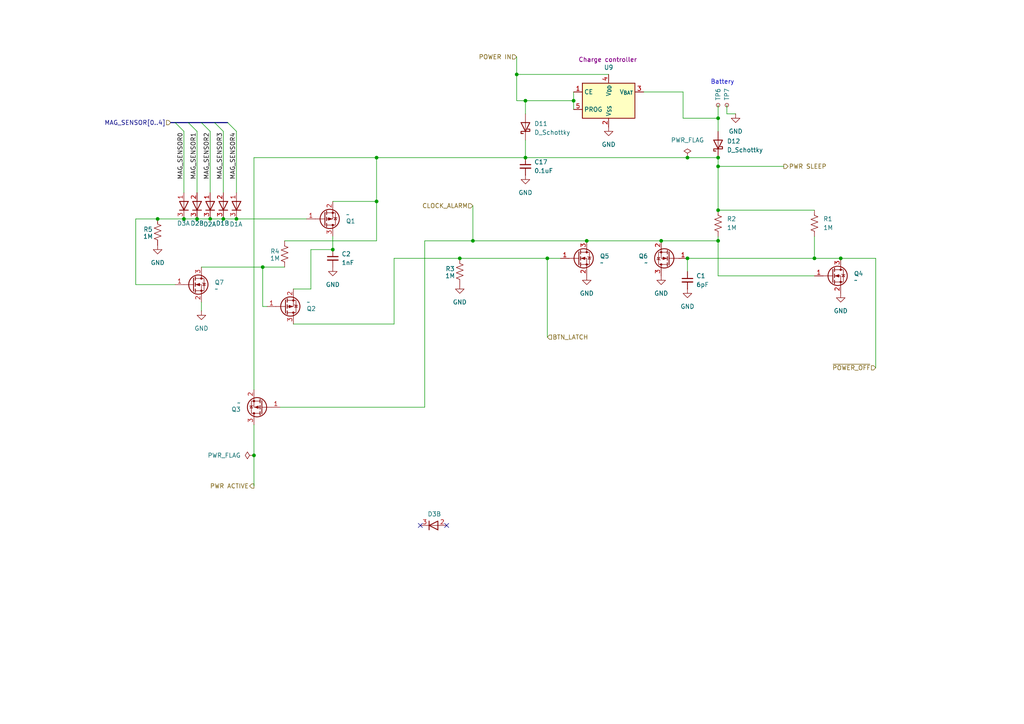
<source format=kicad_sch>
(kicad_sch (version 20231120) (generator "eeschema") (generator_version "8.0")
  (paper "A4")
  (lib_symbols
    (symbol "Battery_Management:MCP73811T-420I-OT"
      (property "Reference" "U" (at -6.35 6.35 0))
      (property "Value" "MCP73811T-420I-OT" (at 1.27 6.35 0))
      (symbol "MCP73811T-420I-OT_0_1"
        (rectangle (start -7.62 5.08) (end 7.62 -5.08) (stroke (width 0.254)) (fill (type background)))
      )
      (symbol "MCP73811T-420I-OT_1_1"
        (pin input line (at -10.16 2.54 0) (length 2.54) (name "CE") (number "1"))
        (pin power_in line (at 0 -7.62 90) (length 2.54) (name "V_{SS}") (number "2"))
        (pin power_out line (at 10.16 2.54 180) (length 2.54) (name "V_{BAT}") (number "3"))
        (pin power_in line (at 0 7.62 270) (length 2.54) (name "V_{DD}") (number "4"))
        (pin input line (at -10.16 -2.54 0) (length 2.54) (name "PROG") (number "5"))
      )
    )
    (symbol "Connector:TestPoint_Small" (pin_numbers hide) (pin_names (offset 0.762) hide)
      (property "Reference" "TP" (at 0 3.81 0))
      (property "Value" "TestPoint_Small" (at 0 2.032 0))
      (symbol "TestPoint_Small_0_1"
        (circle (center 0 0) (radius 0.508))
      )
      (symbol "TestPoint_Small_1_1"
        (pin passive line (at 0 0 90) (length 0) (name "1") (number "1"))
      )
    )
    (symbol "Device:C_Small" (pin_numbers hide) (pin_names (offset 0.254) hide)
      (property "Reference" "C" (at 0.254 1.778 0))
      (property "Value" "C_Small" (at 0.254 -2.032 0))
      (symbol "C_Small_0_1"
        (polyline (pts (xy -1.524 -0.508) (xy 1.524 -0.508)) (stroke (width 0.3302)))
        (polyline (pts (xy -1.524 0.508) (xy 1.524 0.508)) (stroke (width 0.3048)))
      )
      (symbol "C_Small_1_1"
        (pin passive line (at 0 2.54 270) (length 2.032) (name "~") (number "1"))
        (pin passive line (at 0 -2.54 90) (length 2.032) (name "~") (number "2"))
      )
    )
    (symbol "Device:D_Dual_CommonCathode_AAK_Split" (pin_names (offset 0.762) hide)
      (property "Reference" "D" (at 0 2.54 0))
      (property "Value" "D_Dual_CommonCathode_AAK_Split" (at 0 -2.54 0))
      (symbol "D_Dual_CommonCathode_AAK_Split_0_0"
        (polyline (pts (xy 1.27 0) (xy -1.27 0)))
        (polyline (pts (xy 1.27 1.27) (xy 1.27 -1.27)) (stroke (width 0.254)))
      )
      (symbol "D_Dual_CommonCathode_AAK_Split_0_1"
        (polyline (pts (xy -1.27 1.27) (xy 1.27 0) (xy -1.27 -1.27) (xy -1.27 1.27) (xy -1.27 1.27) (xy -1.27 1.27)) (stroke (width 0.254)))
        (pin passive line (at 3.81 0 180) (length 2.54) (name "K") (number "3"))
      )
      (symbol "D_Dual_CommonCathode_AAK_Split_1_1"
        (pin passive line (at -3.81 0 0) (length 2.54) (name "A") (number "1"))
      )
      (symbol "D_Dual_CommonCathode_AAK_Split_2_1"
        (pin passive line (at -3.81 0 0) (length 2.54) (name "A") (number "2"))
      )
    )
    (symbol "Device:D_Schottky" (pin_numbers hide) (pin_names (offset 1.016) hide)
      (property "Reference" "D" (at 0 2.54 0))
      (property "Value" "D_Schottky" (at 0 -2.54 0))
      (symbol "D_Schottky_0_1"
        (polyline (pts (xy 1.27 0) (xy -1.27 0)))
        (polyline (pts (xy 1.27 1.27) (xy 1.27 -1.27) (xy -1.27 0) (xy 1.27 1.27)) (stroke (width 0.254)))
        (polyline (pts (xy -1.905 0.635) (xy -1.905 1.27) (xy -1.27 1.27) (xy -1.27 -1.27) (xy -0.635 -1.27) (xy -0.635 -0.635)) (stroke (width 0.254)))
      )
      (symbol "D_Schottky_1_1"
        (pin passive line (at -3.81 0 0) (length 2.54) (name "K") (number "1"))
        (pin passive line (at 3.81 0 180) (length 2.54) (name "A") (number "2"))
      )
    )
    (symbol "Device:R_US" (pin_numbers hide) (pin_names (offset 0))
      (property "Reference" "R" (at 2.54 0 90))
      (property "Value" "R_US" (at -2.54 0 90))
      (symbol "R_US_0_1"
        (polyline (pts (xy 0 -2.286) (xy 0 -2.54)))
        (polyline (pts (xy 0 2.286) (xy 0 2.54)))
        (polyline (pts (xy 0 -0.762) (xy 1.016 -1.143) (xy 0 -1.524) (xy -1.016 -1.905) (xy 0 -2.286)))
        (polyline (pts (xy 0 0.762) (xy 1.016 0.381) (xy 0 0) (xy -1.016 -0.381) (xy 0 -0.762)))
        (polyline (pts (xy 0 2.286) (xy 1.016 1.905) (xy 0 1.524) (xy -1.016 1.143) (xy 0 0.762)))
      )
      (symbol "R_US_1_1"
        (pin passive line (at 0 3.81 270) (length 1.27) (name "~") (number "1"))
        (pin passive line (at 0 -3.81 90) (length 1.27) (name "~") (number "2"))
      )
    )
    (symbol "boombox:DMN2310U-7" (pin_names hide)
      (property "Reference" "Q" (at 0 13.208 0))
      (symbol "DMN2310U-7_0_1"
        (polyline (pts (xy -1.016 0) (xy -3.81 0)))
        (polyline (pts (xy -1.016 1.905) (xy -1.016 -1.905)) (stroke (width 0.254)))
        (polyline (pts (xy -0.508 -1.27) (xy -0.508 -2.286)) (stroke (width 0.254)))
        (polyline (pts (xy -0.508 0.508) (xy -0.508 -0.508)) (stroke (width 0.254)))
        (polyline (pts (xy -0.508 2.286) (xy -0.508 1.27)) (stroke (width 0.254)))
        (polyline (pts (xy 1.27 2.54) (xy 1.27 1.778)))
        (polyline (pts (xy 1.27 -2.54) (xy 1.27 0) (xy -0.508 0)))
        (polyline (pts (xy -0.508 -1.778) (xy 2.032 -1.778) (xy 2.032 1.778) (xy -0.508 1.778)))
        (polyline (pts (xy -0.254 0) (xy 0.762 0.381) (xy 0.762 -0.381) (xy -0.254 0)) (fill (type outline)))
        (polyline (pts (xy 1.524 0.508) (xy 1.651 0.381) (xy 2.413 0.381) (xy 2.54 0.254)))
        (polyline (pts (xy 2.032 0.381) (xy 1.651 -0.254) (xy 2.413 -0.254) (xy 2.032 0.381)))
        (circle (center 0.381 0) (radius 2.794) (stroke (width 0.254)))
        (circle (center 1.27 -1.778) (radius 0.254) (fill (type outline)))
        (circle (center 1.27 1.778) (radius 0.254) (fill (type outline)))
      )
      (symbol "DMN2310U-7_1_1"
        (pin input line (at -6.35 0 0) (length 2.54) (name "G") (number "1"))
        (pin passive line (at 1.27 -5.08 90) (length 2.54) (name "S") (number "2"))
        (pin passive line (at 1.27 5.08 270) (length 2.54) (name "D") (number "3"))
      )
    )
    (symbol "boombox:DMP31D1U-7" (pin_names hide)
      (property "Reference" "Q" (at 0 14.478 0))
      (symbol "DMP31D1U-7_0_1"
        (polyline (pts (xy -1.016 0) (xy -3.81 0)))
        (polyline (pts (xy -1.016 1.905) (xy -1.016 -1.905)) (stroke (width 0.254)))
        (polyline (pts (xy -0.508 -1.27) (xy -0.508 -2.286)) (stroke (width 0.254)))
        (polyline (pts (xy -0.508 0.508) (xy -0.508 -0.508)) (stroke (width 0.254)))
        (polyline (pts (xy -0.508 2.286) (xy -0.508 1.27)) (stroke (width 0.254)))
        (polyline (pts (xy 1.27 2.54) (xy 1.27 1.778)))
        (polyline (pts (xy 1.27 -2.54) (xy 1.27 0) (xy -0.508 0)))
        (polyline (pts (xy -0.508 1.778) (xy 2.032 1.778) (xy 2.032 -1.778) (xy -0.508 -1.778)))
        (polyline (pts (xy 1.016 0) (xy 0 0.381) (xy 0 -0.381) (xy 1.016 0)) (fill (type outline)))
        (polyline (pts (xy 1.524 -0.508) (xy 1.651 -0.381) (xy 2.413 -0.381) (xy 2.54 -0.254)))
        (polyline (pts (xy 2.032 -0.381) (xy 1.651 0.254) (xy 2.413 0.254) (xy 2.032 -0.381)))
        (circle (center 0.381 0) (radius 2.794) (stroke (width 0.254)))
        (circle (center 1.27 -1.778) (radius 0.254) (fill (type outline)))
        (circle (center 1.27 1.778) (radius 0.254) (fill (type outline)))
      )
      (symbol "DMP31D1U-7_1_1"
        (pin input line (at -6.35 0 0) (length 2.54) (name "G") (number "1"))
        (pin passive line (at 1.27 -5.08 90) (length 2.54) (name "S") (number "2"))
        (pin passive line (at 1.27 5.08 270) (length 2.54) (name "D") (number "3"))
      )
    )
    (symbol "power:GND" (power) (pin_numbers hide) (pin_names (offset 0) hide)
      (property "Value" "GND" (at 0 -3.81 0))
      (symbol "GND_0_1"
        (polyline (pts (xy 0 0) (xy 0 -1.27) (xy 1.27 -1.27) (xy 0 -2.54) (xy -1.27 -1.27) (xy 0 -1.27)))
      )
      (symbol "GND_1_1"
        (pin power_in line (at 0 0 270) (length 0) (name "~") (number "1"))
      )
    )
    (symbol "power:PWR_FLAG" (power) (pin_numbers hide) (pin_names (offset 0) hide)
      (property "Value" "PWR_FLAG" (at 0 3.81 0))
      (symbol "PWR_FLAG_0_0"
        (pin power_out line (at 0 0 90) (length 0) (name "~") (number "1"))
      )
      (symbol "PWR_FLAG_0_1"
        (polyline (pts (xy 0 0) (xy 0 1.27) (xy -1.016 1.905) (xy 0 2.54) (xy 1.016 1.905) (xy 0 1.27)))
      )
    )
  )
  (junction (at 137.16 69.85))
  (junction (at 96.52 72.39))
  (junction (at 208.28 69.85))
  (junction (at 208.28 60.96))
  (junction (at 166.37 29.21))
  (junction (at 73.66 132.08))
  (junction (at 208.28 48.26))
  (junction (at 199.39 74.93))
  (junction (at 208.28 34.29))
  (junction (at 64.77 63.5))
  (junction (at 208.28 45.72))
  (junction (at 170.18 69.85))
  (junction (at 76.2 77.47))
  (junction (at 53.34 63.5))
  (junction (at 68.58 63.5))
  (junction (at 243.84 74.93))
  (junction (at 236.22 74.93))
  (junction (at 45.72 63.5))
  (junction (at 199.39 45.72))
  (junction (at 149.86 21.59))
  (junction (at 152.4 29.21))
  (junction (at 158.75 74.93))
  (junction (at 109.22 45.72))
  (junction (at 191.77 69.85))
  (junction (at 57.15 63.5))
  (junction (at 109.22 58.42))
  (junction (at 60.96 63.5))
  (junction (at 152.4 45.72))
  (junction (at 133.35 74.93))
  (no_connect (at 129.54 152.4))
  (no_connect (at 121.92 152.4))
  (bus_entry (at 50.8 35.56) (size 2.54 2.54))
  (bus_entry (at 66.04 35.56) (size 2.54 2.54))
  (bus_entry (at 62.23 35.56) (size 2.54 2.54))
  (bus_entry (at 54.61 35.56) (size 2.54 2.54))
  (bus_entry (at 58.42 35.56) (size 2.54 2.54))
  (bus (pts (xy 49.53 35.56) (xy 50.8 35.56)))
  (bus (pts (xy 58.42 35.56) (xy 62.23 35.56)))
  (wire (pts (xy 213.36 33.02) (xy 210.82 33.02)))
  (bus (pts (xy 54.61 35.56) (xy 58.42 35.56)))
  (wire (pts (xy 152.4 29.21) (xy 166.37 29.21)))
  (wire (pts (xy 208.28 30.48) (xy 208.28 34.29)))
  (wire (pts (xy 149.86 21.59) (xy 176.53 21.59)))
  (wire (pts (xy 82.55 69.85) (xy 109.22 69.85)))
  (wire (pts (xy 158.75 74.93) (xy 158.75 97.79)))
  (wire (pts (xy 152.4 45.72) (xy 199.39 45.72)))
  (wire (pts (xy 208.28 45.72) (xy 208.28 48.26)))
  (wire (pts (xy 68.58 63.5) (xy 88.9 63.5)))
  (wire (pts (xy 236.22 68.58) (xy 236.22 74.93)))
  (wire (pts (xy 208.28 60.96) (xy 236.22 60.96)))
  (wire (pts (xy 133.35 74.93) (xy 158.75 74.93)))
  (wire (pts (xy 208.28 80.01) (xy 236.22 80.01)))
  (wire (pts (xy 73.66 123.19) (xy 73.66 132.08)))
  (wire (pts (xy 39.37 82.55) (xy 50.8 82.55)))
  (wire (pts (xy 186.69 26.67) (xy 198.12 26.67)))
  (wire (pts (xy 114.3 74.93) (xy 133.35 74.93)))
  (wire (pts (xy 198.12 26.67) (xy 198.12 34.29)))
  (wire (pts (xy 208.28 34.29) (xy 208.28 38.1)))
  (wire (pts (xy 137.16 69.85) (xy 170.18 69.85)))
  (wire (pts (xy 198.12 34.29) (xy 208.28 34.29)))
  (wire (pts (xy 199.39 74.93) (xy 236.22 74.93)))
  (wire (pts (xy 170.18 69.85) (xy 191.77 69.85)))
  (wire (pts (xy 199.39 78.74) (xy 199.39 74.93)))
  (wire (pts (xy 123.19 69.85) (xy 137.16 69.85)))
  (wire (pts (xy 76.2 77.47) (xy 76.2 88.9)))
  (wire (pts (xy 191.77 69.85) (xy 208.28 69.85)))
  (wire (pts (xy 60.96 38.1) (xy 60.96 55.88)))
  (wire (pts (xy 109.22 45.72) (xy 109.22 58.42)))
  (wire (pts (xy 109.22 58.42) (xy 109.22 69.85)))
  (wire (pts (xy 73.66 132.08) (xy 73.66 140.97)))
  (wire (pts (xy 149.86 29.21) (xy 152.4 29.21)))
  (bus (pts (xy 62.23 35.56) (xy 66.04 35.56)))
  (wire (pts (xy 158.75 74.93) (xy 162.56 74.93)))
  (wire (pts (xy 210.82 30.48) (xy 210.82 33.02)))
  (wire (pts (xy 208.28 48.26) (xy 208.28 60.96)))
  (bus (pts (xy 50.8 35.56) (xy 54.61 35.56)))
  (wire (pts (xy 254 74.93) (xy 254 106.68)))
  (wire (pts (xy 90.17 72.39) (xy 96.52 72.39)))
  (wire (pts (xy 149.86 21.59) (xy 149.86 29.21)))
  (wire (pts (xy 57.15 63.5) (xy 60.96 63.5)))
  (wire (pts (xy 39.37 63.5) (xy 45.72 63.5)))
  (wire (pts (xy 76.2 88.9) (xy 77.47 88.9)))
  (wire (pts (xy 123.19 69.85) (xy 123.19 118.11)))
  (wire (pts (xy 90.17 83.82) (xy 85.09 83.82)))
  (wire (pts (xy 109.22 45.72) (xy 152.4 45.72)))
  (wire (pts (xy 208.28 48.26) (xy 227.33 48.26)))
  (wire (pts (xy 82.55 77.47) (xy 76.2 77.47)))
  (wire (pts (xy 58.42 87.63) (xy 58.42 90.17)))
  (wire (pts (xy 152.4 40.64) (xy 152.4 45.72)))
  (wire (pts (xy 96.52 68.58) (xy 96.52 72.39)))
  (wire (pts (xy 123.19 118.11) (xy 81.28 118.11)))
  (wire (pts (xy 73.66 45.72) (xy 73.66 113.03)))
  (wire (pts (xy 45.72 63.5) (xy 53.34 63.5)))
  (wire (pts (xy 96.52 58.42) (xy 109.22 58.42)))
  (wire (pts (xy 60.96 63.5) (xy 64.77 63.5)))
  (wire (pts (xy 53.34 63.5) (xy 57.15 63.5)))
  (wire (pts (xy 85.09 93.98) (xy 114.3 93.98)))
  (wire (pts (xy 73.66 45.72) (xy 109.22 45.72)))
  (wire (pts (xy 64.77 38.1) (xy 64.77 55.88)))
  (wire (pts (xy 208.28 69.85) (xy 208.28 80.01)))
  (wire (pts (xy 199.39 45.72) (xy 208.28 45.72)))
  (wire (pts (xy 149.86 16.51) (xy 149.86 21.59)))
  (wire (pts (xy 68.58 38.1) (xy 68.58 55.88)))
  (wire (pts (xy 114.3 93.98) (xy 114.3 74.93)))
  (wire (pts (xy 90.17 83.82) (xy 90.17 72.39)))
  (wire (pts (xy 243.84 74.93) (xy 254 74.93)))
  (wire (pts (xy 53.34 38.1) (xy 53.34 55.88)))
  (wire (pts (xy 76.2 77.47) (xy 58.42 77.47)))
  (wire (pts (xy 39.37 63.5) (xy 39.37 82.55)))
  (wire (pts (xy 236.22 74.93) (xy 243.84 74.93)))
  (wire (pts (xy 137.16 59.69) (xy 137.16 69.85)))
  (wire (pts (xy 166.37 29.21) (xy 166.37 31.75)))
  (wire (pts (xy 166.37 26.67) (xy 166.37 29.21)))
  (wire (pts (xy 57.15 38.1) (xy 57.15 55.88)))
  (wire (pts (xy 208.28 68.58) (xy 208.28 69.85)))
  (wire (pts (xy 152.4 29.21) (xy 152.4 33.02)))
  (wire (pts (xy 64.77 63.5) (xy 68.58 63.5)))
  (text "Battery" (at 209.55 23.876 0) (effects (font (size 1.27 1.27))))
  (label "MAG_SENSOR3" (at 64.77 52.07 90))
  (label "MAG_SENSOR0" (at 53.34 52.07 90))
  (label "MAG_SENSOR2" (at 60.96 52.07 90))
  (label "MAG_SENSOR4" (at 68.58 52.07 90))
  (label "MAG_SENSOR1" (at 57.15 52.07 90))
  (hierarchical_label "BTN_LATCH" (shape input) (at 158.75 97.79 0))
  (hierarchical_label "~{POWER_OFF}" (shape input) (at 254 106.68 180))
  (hierarchical_label "PWR ACTIVE" (shape output) (at 73.66 140.97 180))
  (hierarchical_label "POWER IN" (shape input) (at 149.86 16.51 180))
  (hierarchical_label "CLOCK_ALARM" (shape input) (at 137.16 59.69 180))
  (hierarchical_label "PWR SLEEP" (shape output) (at 227.33 48.26 0))
  (hierarchical_label "MAG_SENSOR[0..4]" (shape input) (at 49.53 35.56 180))
  (symbol (lib_id "Device:R_US") (at 208.28 64.77 0) (unit 1)
    (property "Reference" "R2" (at 210.82 63.4999 0) (effects (justify left)))
    (property "Value" "1M" (at 210.82 66.0399 0) (effects (justify left)))
    (property "Footprint" "Resistor_SMD:R_0402_1005Metric_Pad0.72x0.64mm_HandSolder" (effects (hide yes)))
    (property "Description" "Resistor, US symbol" (effects (hide yes)))
  )
  (symbol (lib_id "power:GND") (at 58.42 90.17 0) (unit 1)
    (property "Reference" "#PWR018" (effects (hide yes)))
    (property "Value" "GND" (at 58.42 95.25 0))
    (property "Description" "Power symbol creates a global label with name \"GND\" , ground" (effects (hide yes)))
  )
  (symbol (lib_id "power:GND") (at 176.53 36.83 0) (unit 1)
    (property "Reference" "#PWR028" (effects (hide yes)))
    (property "Value" "GND" (at 176.53 41.91 0))
    (property "Description" "Power symbol creates a global label with name \"GND\" , ground" (effects (hide yes)))
  )
  (symbol (lib_id "Device:D_Dual_CommonCathode_AAK_Split") (at 68.58 59.69 270) (unit 1)
    (property "Reference" "D1" (at 70.358 65.024 90) (effects (justify right)))
    (property "Value" "D_Dual_CommonCathode_AAK_Split" (effects (hide yes)))
    (property "Footprint" "Package_TO_SOT_SMD:SOT-23" (effects (hide yes)))
    (property "Datasheet" "${KIPRJMOD}/datasheets/diode.pdf" (effects (hide yes)))
    (property "Description" "Dual diode, common cathode on pin 1" (effects (hide yes)))
  )
  (symbol (lib_id "boombox:DMP31D1U-7") (at 74.93 118.11 180) (unit 1)
    (property "Reference" "Q3" (at 69.85 118.7451 0) (effects (justify left)))
    (property "Value" "~" (at 69.85 116.84 0) (effects (justify left)))
    (property "Footprint" "Package_TO_SOT_SMD:SOT-23" (effects (hide yes)))
  )
  (symbol (lib_id "Device:D_Dual_CommonCathode_AAK_Split") (at 64.77 59.69 270) (unit 2)
    (property "Reference" "D1" (at 66.548 64.77 90) (effects (justify right)))
    (property "Value" "D_Dual_CommonCathode_AAK_Split" (effects (hide yes)))
    (property "Footprint" "Package_TO_SOT_SMD:SOT-23" (effects (hide yes)))
    (property "Datasheet" "${KIPRJMOD}/datasheets/diode.pdf" (effects (hide yes)))
    (property "Description" "Dual diode, common cathode on pin 1" (effects (hide yes)))
  )
  (symbol (lib_id "Device:R_US") (at 133.35 78.74 0) (unit 1)
    (property "Reference" "R3" (at 130.556 77.978 0))
    (property "Value" "1M" (at 130.556 80.01 0))
    (property "Footprint" "Resistor_SMD:R_0402_1005Metric_Pad0.72x0.64mm_HandSolder" (effects (hide yes)))
    (property "Description" "Resistor, US symbol" (effects (hide yes)))
  )
  (symbol (lib_id "Connector:TestPoint_Small") (at 210.82 30.48 90) (unit 1)
    (property "Reference" "TP7" (at 210.82 29.21 0) (effects (justify left)))
    (property "Value" "TestPoint_Small" (effects (hide yes)))
    (property "Footprint" "boombox:TestPoint_Pad_2.0x2.0mm" (effects (hide yes)))
    (property "Description" "test point" (effects (hide yes)))
  )
  (symbol (lib_id "Device:R_US") (at 82.55 73.66 0) (unit 1)
    (property "Reference" "R4" (at 79.756 72.898 0))
    (property "Value" "1M" (at 79.756 74.93 0))
    (property "Footprint" "Resistor_SMD:R_0402_1005Metric_Pad0.72x0.64mm_HandSolder" (effects (hide yes)))
    (property "Description" "Resistor, US symbol" (effects (hide yes)))
  )
  (symbol (lib_id "power:GND") (at 170.18 80.01 0) (unit 1)
    (property "Reference" "#PWR015" (effects (hide yes)))
    (property "Value" "GND" (at 170.18 85.09 0))
    (property "Description" "Power symbol creates a global label with name \"GND\" , ground" (effects (hide yes)))
  )
  (symbol (lib_id "boombox:DMP31D1U-7") (at 95.25 63.5 0) (mirror x) (unit 1)
    (property "Reference" "Q1" (at 100.33 64.1351 0) (effects (justify left)))
    (property "Value" "~" (at 100.33 62.23 0) (effects (justify left)))
    (property "Footprint" "Package_TO_SOT_SMD:SOT-23" (effects (hide yes)))
  )
  (symbol (lib_id "power:GND") (at 199.39 83.82 0) (unit 1)
    (property "Reference" "#PWR013" (effects (hide yes)))
    (property "Value" "GND" (at 199.39 88.9 0))
    (property "Description" "Power symbol creates a global label with name \"GND\" , ground" (effects (hide yes)))
  )
  (symbol (lib_id "power:PWR_FLAG") (at 199.39 45.72 0) (unit 1)
    (property "Reference" "#FLG01" (effects (hide yes)))
    (property "Value" "PWR_FLAG" (at 199.39 40.64 0))
    (property "Description" "Special symbol for telling ERC where power comes from" (effects (hide yes)))
  )
  (symbol (lib_id "power:GND") (at 96.52 77.47 0) (unit 1)
    (property "Reference" "#PWR019" (effects (hide yes)))
    (property "Value" "GND" (at 96.52 82.55 0))
    (property "Description" "Power symbol creates a global label with name \"GND\" , ground" (effects (hide yes)))
  )
  (symbol (lib_id "boombox:DMP31D1U-7") (at 83.82 88.9 0) (mirror x) (unit 1)
    (property "Reference" "Q2" (at 88.9 89.5351 0) (effects (justify left)))
    (property "Value" "~" (at 88.9 87.63 0) (effects (justify left)))
    (property "Footprint" "Package_TO_SOT_SMD:SOT-23" (effects (hide yes)))
  )
  (symbol (lib_id "power:GND") (at 133.35 82.55 0) (unit 1)
    (property "Reference" "#PWR017" (effects (hide yes)))
    (property "Value" "GND" (at 133.35 87.63 0))
    (property "Description" "Power symbol creates a global label with name \"GND\" , ground" (effects (hide yes)))
  )
  (symbol (lib_id "power:GND") (at 213.36 33.02 0) (unit 1)
    (property "Reference" "#PWR012" (effects (hide yes)))
    (property "Value" "GND" (at 213.36 38.1 0))
    (property "Description" "Power symbol creates a global label with name \"GND\" , ground" (effects (hide yes)))
  )
  (symbol (lib_id "Device:D_Dual_CommonCathode_AAK_Split") (at 60.96 59.69 270) (unit 1)
    (property "Reference" "D2" (at 62.738 65.024 90) (effects (justify right)))
    (property "Value" "D_Dual_CommonCathode_AAK_Split" (effects (hide yes)))
    (property "Footprint" "Package_TO_SOT_SMD:SOT-23" (effects (hide yes)))
    (property "Datasheet" "${KIPRJMOD}/datasheets/diode.pdf" (effects (hide yes)))
    (property "Description" "Dual diode, common cathode on pin 1" (effects (hide yes)))
  )
  (symbol (lib_id "Connector:TestPoint_Small") (at 208.28 30.48 90) (unit 1)
    (property "Reference" "TP6" (at 208.28 29.21 0) (effects (justify left)))
    (property "Value" "TestPoint_Small" (effects (hide yes)))
    (property "Footprint" "boombox:TestPoint_Pad_2.0x2.0mm" (effects (hide yes)))
    (property "Description" "test point" (effects (hide yes)))
  )
  (symbol (lib_id "Device:C_Small") (at 152.4 48.26 0) (unit 1)
    (property "Reference" "C17" (at 154.94 46.9962 0) (effects (justify left)))
    (property "Value" "0.1uF" (at 154.94 49.5362 0) (effects (justify left)))
    (property "Footprint" "Capacitor_SMD:C_0402_1005Metric_Pad0.74x0.62mm_HandSolder" (effects (hide yes)))
    (property "Description" "Unpolarized capacitor, small symbol" (effects (hide yes)))
  )
  (symbol (lib_id "boombox:DMN2310U-7") (at 57.15 82.55 0) (unit 1)
    (property "Reference" "Q7" (at 62.23 81.9149 0) (effects (justify left)))
    (property "Value" "~" (at 62.23 83.82 0) (effects (justify left)))
    (property "Footprint" "Package_TO_SOT_SMD:SOT-23" (effects (hide yes)))
  )
  (symbol (lib_id "power:GND") (at 191.77 80.01 0) (unit 1)
    (property "Reference" "#PWR016" (effects (hide yes)))
    (property "Value" "GND" (at 191.77 85.09 0))
    (property "Description" "Power symbol creates a global label with name \"GND\" , ground" (effects (hide yes)))
  )
  (symbol (lib_id "boombox:DMN2310U-7") (at 168.91 74.93 0) (unit 1)
    (property "Reference" "Q5" (at 173.99 74.2949 0) (effects (justify left)))
    (property "Value" "~" (at 173.99 76.2 0) (effects (justify left)))
    (property "Footprint" "Package_TO_SOT_SMD:SOT-23" (effects (hide yes)))
  )
  (symbol (lib_id "boombox:DMN2310U-7") (at 193.04 74.93 180) (unit 1)
    (property "Reference" "Q6" (at 187.96 74.2949 0) (effects (justify left)))
    (property "Value" "~" (at 187.96 76.2 0) (effects (justify left)))
    (property "Footprint" "Package_TO_SOT_SMD:SOT-23" (effects (hide yes)))
  )
  (symbol (lib_id "Battery_Management:MCP73811T-420I-OT") (at 176.53 29.21 0) (unit 1)
    (property "Reference" "U9" (at 176.53 19.558 0))
    (property "Value" "MCP73811T-420I-OT" (effects (hide yes)))
    (property "Footprint" "Package_TO_SOT_SMD:SOT-23-5" (effects (hide yes)))
    (property "Datasheet" "${KIPRJMOD}/datasheets/MCP73811T-420I-OT.pdf" (effects (hide yes)))
    (property "Description" "Simple, Miniature Single-Cell, Fully Integrated Li-Ion / Li-Polymer Charge Management Controllers, 85mA/450mA, 4.2V, SOT23-5" (effects (hide yes)))
    (property "Function" "Charge controller" (at 176.276 17.272 0))
  )
  (symbol (lib_id "power:GND") (at 243.84 85.09 0) (unit 1)
    (property "Reference" "#PWR014" (effects (hide yes)))
    (property "Value" "GND" (at 243.84 90.17 0))
    (property "Description" "Power symbol creates a global label with name \"GND\" , ground" (effects (hide yes)))
  )
  (symbol (lib_id "Device:C_Small") (at 96.52 74.93 0) (unit 1)
    (property "Reference" "C2" (at 99.06 73.6662 0) (effects (justify left)))
    (property "Value" "1nF" (at 99.06 76.2062 0) (effects (justify left)))
    (property "Footprint" "Capacitor_SMD:C_0402_1005Metric_Pad0.74x0.62mm_HandSolder" (effects (hide yes)))
    (property "Description" "Unpolarized capacitor, small symbol" (effects (hide yes)))
  )
  (symbol (lib_id "Device:R_US") (at 45.72 67.31 0) (unit 1)
    (property "Reference" "R5" (at 42.926 66.548 0))
    (property "Value" "1M" (at 42.926 68.58 0))
    (property "Footprint" "Resistor_SMD:R_0402_1005Metric_Pad0.72x0.64mm_HandSolder" (effects (hide yes)))
    (property "Description" "Resistor, US symbol" (effects (hide yes)))
  )
  (symbol (lib_id "Device:D_Schottky") (at 208.28 41.91 90) (unit 1)
    (property "Reference" "D12" (at 210.82 40.9574 90) (effects (justify right)))
    (property "Value" "D_Schottky" (at 210.82 43.4974 90) (effects (justify right)))
    (property "Footprint" "Diode_SMD:D_SOD-123" (effects (hide yes)))
    (property "Datasheet" "${KIPRJMOD}/datasheets/cmhsh5-2l-1518611.pdf" (effects (hide yes)))
    (property "Description" "Schottky diode" (effects (hide yes)))
  )
  (symbol (lib_id "Device:D_Dual_CommonCathode_AAK_Split") (at 57.15 59.69 270) (unit 2)
    (property "Reference" "D2" (at 59.182 64.77 90) (effects (justify right)))
    (property "Value" "D_Dual_CommonCathode_AAK_Split" (effects (hide yes)))
    (property "Footprint" "Package_TO_SOT_SMD:SOT-23" (effects (hide yes)))
    (property "Datasheet" "${KIPRJMOD}/datasheets/diode.pdf" (effects (hide yes)))
    (property "Description" "Dual diode, common cathode on pin 1" (effects (hide yes)))
  )
  (symbol (lib_id "boombox:DMN2310U-7") (at 242.57 80.01 0) (unit 1)
    (property "Reference" "Q4" (at 247.65 79.3749 0) (effects (justify left)))
    (property "Value" "~" (at 247.65 81.28 0) (effects (justify left)))
    (property "Footprint" "Package_TO_SOT_SMD:SOT-23" (effects (hide yes)))
  )
  (symbol (lib_id "Device:D_Dual_CommonCathode_AAK_Split") (at 125.73 152.4 180) (unit 2)
    (property "Reference" "D3" (at 125.984 149.098 0))
    (property "Value" "D_Dual_CommonCathode_AAK_Split" (effects (hide yes)))
    (property "Footprint" "Package_TO_SOT_SMD:SOT-23" (effects (hide yes)))
    (property "Datasheet" "${KIPRJMOD}/datasheets/diode.pdf" (effects (hide yes)))
    (property "Description" "Dual diode, common cathode on pin 1" (effects (hide yes)))
  )
  (symbol (lib_id "power:GND") (at 152.4 50.8 0) (unit 1)
    (property "Reference" "#PWR066" (effects (hide yes)))
    (property "Value" "GND" (at 152.4 55.88 0))
    (property "Description" "Power symbol creates a global label with name \"GND\" , ground" (effects (hide yes)))
  )
  (symbol (lib_id "power:GND") (at 45.72 71.12 0) (unit 1)
    (property "Reference" "#PWR06" (effects (hide yes)))
    (property "Value" "GND" (at 45.72 76.2 0))
    (property "Description" "Power symbol creates a global label with name \"GND\" , ground" (effects (hide yes)))
  )
  (symbol (lib_id "Device:R_US") (at 236.22 64.77 0) (unit 1)
    (property "Reference" "R1" (at 238.76 63.4999 0) (effects (justify left)))
    (property "Value" "1M" (at 238.76 66.0399 0) (effects (justify left)))
    (property "Footprint" "Resistor_SMD:R_0402_1005Metric_Pad0.72x0.64mm_HandSolder" (effects (hide yes)))
    (property "Description" "Resistor, US symbol" (effects (hide yes)))
  )
  (symbol (lib_id "power:PWR_FLAG") (at 73.66 132.08 90) (unit 1)
    (property "Reference" "#FLG02" (effects (hide yes)))
    (property "Value" "PWR_FLAG" (at 69.85 132.0799 90) (effects (justify left)))
    (property "Description" "Special symbol for telling ERC where power comes from" (effects (hide yes)))
  )
  (symbol (lib_id "Device:D_Schottky") (at 152.4 36.83 90) (unit 1)
    (property "Reference" "D11" (at 154.94 35.8774 90) (effects (justify right)))
    (property "Value" "D_Schottky" (at 154.94 38.4174 90) (effects (justify right)))
    (property "Footprint" "Diode_SMD:D_SOD-123" (effects (hide yes)))
    (property "Datasheet" "${KIPRJMOD}/datasheets/cmhsh5-2l-1518611.pdf" (effects (hide yes)))
    (property "Description" "Schottky diode" (effects (hide yes)))
  )
  (symbol (lib_id "Device:D_Dual_CommonCathode_AAK_Split") (at 53.34 59.69 270) (unit 1)
    (property "Reference" "D3" (at 55.118 64.77 90) (effects (justify right)))
    (property "Value" "D_Dual_CommonCathode_AAK_Split" (effects (hide yes)))
    (property "Footprint" "Package_TO_SOT_SMD:SOT-23" (effects (hide yes)))
    (property "Datasheet" "${KIPRJMOD}/datasheets/diode.pdf" (effects (hide yes)))
    (property "Description" "Dual diode, common cathode on pin 1" (effects (hide yes)))
  )
  (symbol (lib_id "Device:C_Small") (at 199.39 81.28 0) (unit 1)
    (property "Reference" "C1" (at 201.93 80.0162 0) (effects (justify left)))
    (property "Value" "6pF" (at 201.93 82.5562 0) (effects (justify left)))
    (property "Footprint" "Capacitor_SMD:C_0402_1005Metric_Pad0.74x0.62mm_HandSolder" (effects (hide yes)))
    (property "Description" "Unpolarized capacitor, small symbol" (effects (hide yes)))
  )
)
</source>
